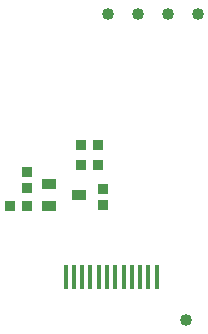
<source format=gbp>
G04*
G04 #@! TF.GenerationSoftware,Altium Limited,Altium Designer,21.3.2 (30)*
G04*
G04 Layer_Color=128*
%FSTAX24Y24*%
%MOIN*%
G70*
G04*
G04 #@! TF.SameCoordinates,65AEA3AE-AEA4-4408-87EB-DFBB4D2FCE8C*
G04*
G04*
G04 #@! TF.FilePolarity,Positive*
G04*
G01*
G75*
%ADD26R,0.0138X0.0787*%
%ADD27R,0.0320X0.0380*%
%ADD28R,0.0380X0.0320*%
%ADD29R,0.0472X0.0335*%
%ADD30C,0.0400*%
D26*
X036278Y033293D02*
D03*
X036002D02*
D03*
X039034D02*
D03*
X038758D02*
D03*
X038482D02*
D03*
X038207D02*
D03*
X037931D02*
D03*
X036829D02*
D03*
X037656D02*
D03*
X03738D02*
D03*
X036553D02*
D03*
X037104D02*
D03*
D27*
X0347Y03565D02*
D03*
X03414D02*
D03*
X03708Y03702D02*
D03*
X03652D02*
D03*
X03708Y03767D02*
D03*
X03652D02*
D03*
D28*
X0347Y0368D02*
D03*
Y03624D02*
D03*
X03725Y03567D02*
D03*
Y03623D02*
D03*
D29*
X036434Y036024D02*
D03*
X035452Y036394D02*
D03*
X03545Y03565D02*
D03*
D30*
X0394Y04205D02*
D03*
X0404D02*
D03*
X0384D02*
D03*
X0374D02*
D03*
X04Y03185D02*
D03*
M02*

</source>
